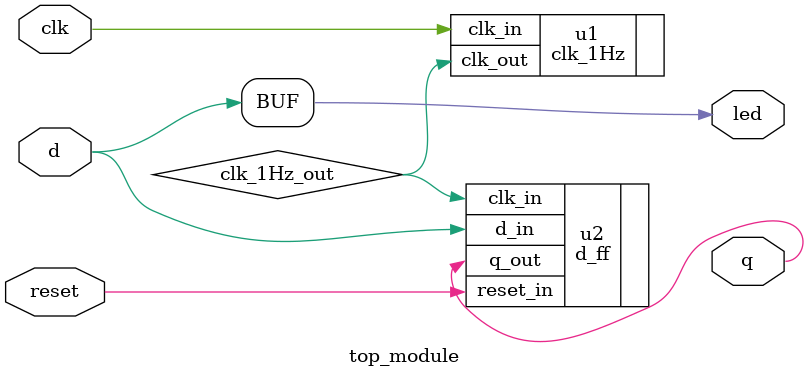
<source format=v>

module top_module(
    input reset,
    input clk,
    input d,
    output q,
    output led
);

    // Instantiate the 1Hz clock divider
    wire clk_1Hz_out;
    clk_1Hz u1 (
        .clk_in(clk),  // replace with your actual clock input
        .clk_out(clk_1Hz_out)
    );

    // Instantiate the d_ff module with the 1Hz clock
    d_ff u2 (
        .clk_in(clk_1Hz_out),
        .reset_in(reset),  // replace with your actual reset signal
        .d_in(d),       // replace with your actual data input
        .q_out(q)     // replace with your actual output signal
    );
    
    assign led = d;

endmodule


</source>
